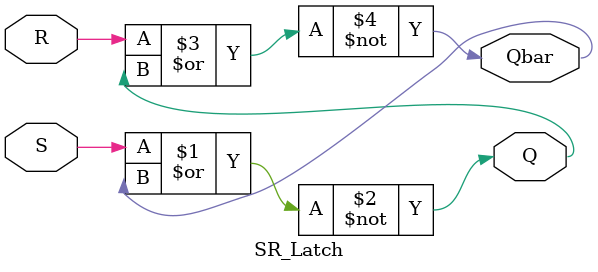
<source format=v>

module SR_Latch(
input S, R,
output Q, Qbar
    );
    assign Q = ~(S|Qbar);
    assign Qbar = ~(R|Q);
endmodule

</source>
